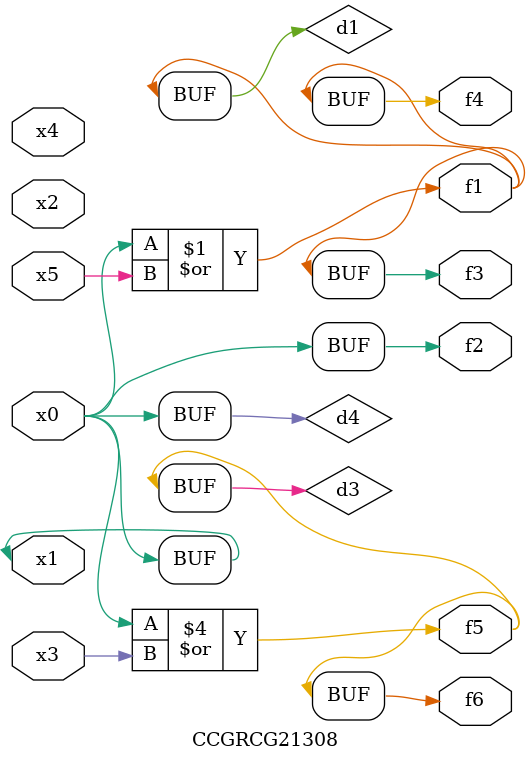
<source format=v>
module CCGRCG21308(
	input x0, x1, x2, x3, x4, x5,
	output f1, f2, f3, f4, f5, f6
);

	wire d1, d2, d3, d4;

	or (d1, x0, x5);
	xnor (d2, x1, x4);
	or (d3, x0, x3);
	buf (d4, x0, x1);
	assign f1 = d1;
	assign f2 = d4;
	assign f3 = d1;
	assign f4 = d1;
	assign f5 = d3;
	assign f6 = d3;
endmodule

</source>
